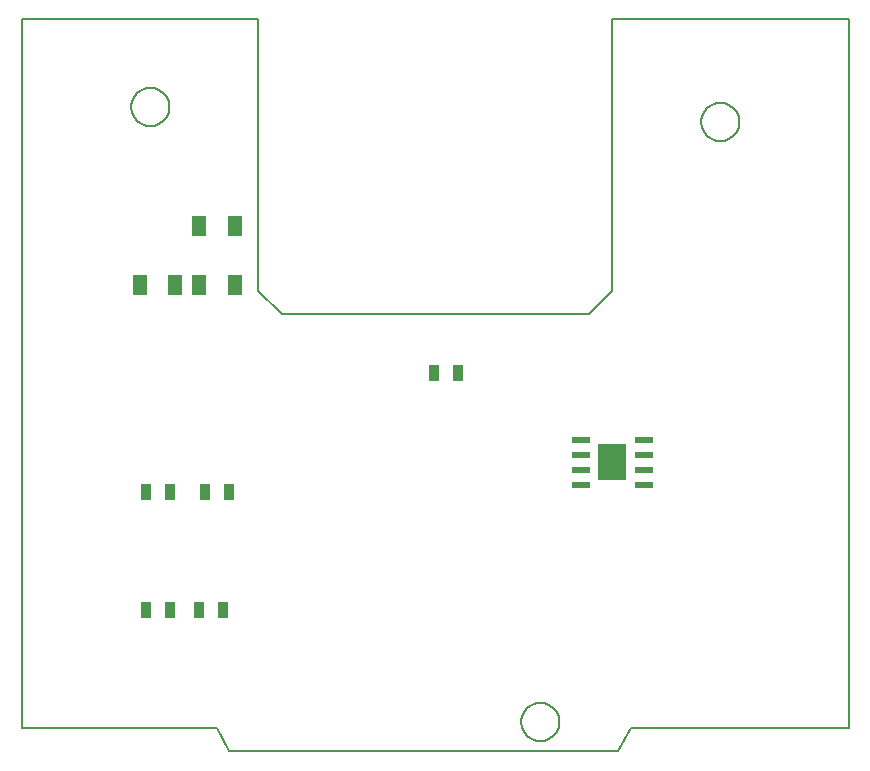
<source format=gbr>
G04 PROTEUS GERBER X2 FILE*
%TF.GenerationSoftware,Labcenter,Proteus,8.12-SP0-Build30713*%
%TF.CreationDate,2021-08-02T00:20:26+00:00*%
%TF.FileFunction,Paste,Top*%
%TF.FilePolarity,Positive*%
%TF.Part,Single*%
%TF.SameCoordinates,{4cff7d1c-7656-49df-93de-6e2fb68f4e0e}*%
%FSLAX45Y45*%
%MOMM*%
G01*
%TA.AperFunction,Material*%
%ADD44R,1.549400X0.609600*%
%ADD45R,2.438400X3.149600*%
%TA.AperFunction,Material*%
%ADD46R,1.143000X1.803400*%
%ADD47R,0.939800X1.447800*%
%TA.AperFunction,Profile*%
%ADD21C,0.203200*%
%TD.AperFunction*%
D44*
X+5270000Y+2059500D03*
X+5270000Y+2186500D03*
X+5270000Y+2313500D03*
X+5270000Y+2440500D03*
X+4730000Y+2440500D03*
X+4730000Y+2313500D03*
X+4730000Y+2186500D03*
X+4730000Y+2059500D03*
D45*
X+5000000Y+2250000D03*
D46*
X+1500000Y+4250000D03*
X+1800000Y+4250000D03*
X+1000000Y+3750000D03*
X+1300000Y+3750000D03*
X+1500000Y+3750000D03*
X+1800000Y+3750000D03*
D47*
X+1050000Y+1000000D03*
X+1250000Y+1000000D03*
X+1500000Y+1000000D03*
X+1700000Y+1000000D03*
X+3490500Y+3000000D03*
X+3690500Y+3000000D03*
X+1050000Y+2000000D03*
X+1250000Y+2000000D03*
X+1550000Y+2000000D03*
X+1750000Y+2000000D03*
D21*
X+0Y+0D02*
X+1650000Y+0D01*
X+7000000Y+0D02*
X+7000000Y+6000000D01*
X+5000000Y+6000000D01*
X+5000000Y+3700000D01*
X+4800000Y+3500000D01*
X+2200000Y+3500000D01*
X+2000000Y+3700000D02*
X+2000000Y+6000000D01*
X+0Y+6000000D01*
X+0Y+0D01*
X+2000000Y+3700000D02*
X+2200000Y+3500000D01*
X+5160000Y+0D02*
X+7000000Y+0D01*
X+1750000Y-200000D02*
X+5050000Y-200000D01*
X+1650000Y+0D02*
X+1750000Y-200000D01*
X+5160000Y+0D02*
X+5050000Y-200000D01*
X+4550045Y+50000D02*
X+4549508Y+63142D01*
X+4545144Y+89427D01*
X+4536029Y+115712D01*
X+4521182Y+141997D01*
X+4498470Y+168118D01*
X+4472185Y+187898D01*
X+4445900Y+200658D01*
X+4419615Y+208108D01*
X+4393330Y+210987D01*
X+4389000Y+211045D01*
X+4227955Y+50000D02*
X+4228492Y+63142D01*
X+4232856Y+89427D01*
X+4241971Y+115712D01*
X+4256818Y+141997D01*
X+4279530Y+168118D01*
X+4305815Y+187898D01*
X+4332100Y+200658D01*
X+4358385Y+208108D01*
X+4384670Y+210987D01*
X+4389000Y+211045D01*
X+4227955Y+50000D02*
X+4228492Y+36858D01*
X+4232856Y+10573D01*
X+4241971Y-15712D01*
X+4256818Y-41997D01*
X+4279530Y-68118D01*
X+4305815Y-87898D01*
X+4332100Y-100658D01*
X+4358385Y-108108D01*
X+4384670Y-110987D01*
X+4389000Y-111045D01*
X+4550045Y+50000D02*
X+4549508Y+36858D01*
X+4545144Y+10573D01*
X+4536029Y-15712D01*
X+4521182Y-41997D01*
X+4498470Y-68118D01*
X+4472185Y-87898D01*
X+4445900Y-100658D01*
X+4419615Y-108108D01*
X+4393330Y-110987D01*
X+4389000Y-111045D01*
X+6074045Y+5130000D02*
X+6073508Y+5143142D01*
X+6069144Y+5169427D01*
X+6060029Y+5195712D01*
X+6045182Y+5221997D01*
X+6022470Y+5248118D01*
X+5996185Y+5267898D01*
X+5969900Y+5280658D01*
X+5943615Y+5288108D01*
X+5917330Y+5290987D01*
X+5913000Y+5291045D01*
X+5751955Y+5130000D02*
X+5752492Y+5143142D01*
X+5756856Y+5169427D01*
X+5765971Y+5195712D01*
X+5780818Y+5221997D01*
X+5803530Y+5248118D01*
X+5829815Y+5267898D01*
X+5856100Y+5280658D01*
X+5882385Y+5288108D01*
X+5908670Y+5290987D01*
X+5913000Y+5291045D01*
X+5751955Y+5130000D02*
X+5752492Y+5116858D01*
X+5756856Y+5090573D01*
X+5765971Y+5064288D01*
X+5780818Y+5038003D01*
X+5803530Y+5011882D01*
X+5829815Y+4992102D01*
X+5856100Y+4979342D01*
X+5882385Y+4971892D01*
X+5908670Y+4969013D01*
X+5913000Y+4968955D01*
X+6074045Y+5130000D02*
X+6073508Y+5116858D01*
X+6069144Y+5090573D01*
X+6060029Y+5064288D01*
X+6045182Y+5038003D01*
X+6022470Y+5011882D01*
X+5996185Y+4992102D01*
X+5969900Y+4979342D01*
X+5943615Y+4971892D01*
X+5917330Y+4969013D01*
X+5913000Y+4968955D01*
X+1248045Y+5257000D02*
X+1247508Y+5270142D01*
X+1243144Y+5296427D01*
X+1234029Y+5322712D01*
X+1219182Y+5348997D01*
X+1196470Y+5375118D01*
X+1170185Y+5394898D01*
X+1143900Y+5407658D01*
X+1117615Y+5415108D01*
X+1091330Y+5417987D01*
X+1087000Y+5418045D01*
X+925955Y+5257000D02*
X+926492Y+5270142D01*
X+930856Y+5296427D01*
X+939971Y+5322712D01*
X+954818Y+5348997D01*
X+977530Y+5375118D01*
X+1003815Y+5394898D01*
X+1030100Y+5407658D01*
X+1056385Y+5415108D01*
X+1082670Y+5417987D01*
X+1087000Y+5418045D01*
X+925955Y+5257000D02*
X+926492Y+5243858D01*
X+930856Y+5217573D01*
X+939971Y+5191288D01*
X+954818Y+5165003D01*
X+977530Y+5138882D01*
X+1003815Y+5119102D01*
X+1030100Y+5106342D01*
X+1056385Y+5098892D01*
X+1082670Y+5096013D01*
X+1087000Y+5095955D01*
X+1248045Y+5257000D02*
X+1247508Y+5243858D01*
X+1243144Y+5217573D01*
X+1234029Y+5191288D01*
X+1219182Y+5165003D01*
X+1196470Y+5138882D01*
X+1170185Y+5119102D01*
X+1143900Y+5106342D01*
X+1117615Y+5098892D01*
X+1091330Y+5096013D01*
X+1087000Y+5095955D01*
M02*

</source>
